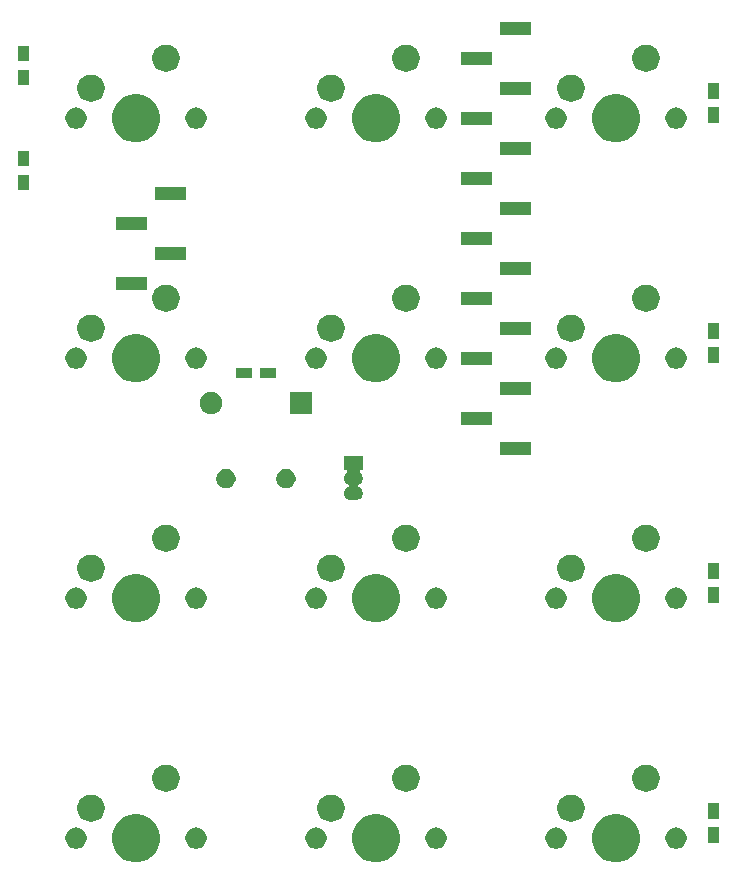
<source format=gbs>
G04 #@! TF.GenerationSoftware,KiCad,Pcbnew,(5.1.5)-3*
G04 #@! TF.CreationDate,2020-09-04T17:37:12+09:00*
G04 #@! TF.ProjectId,futureKeyboardLeft,66757475-7265-44b6-9579-626f6172644c,rev?*
G04 #@! TF.SameCoordinates,Original*
G04 #@! TF.FileFunction,Soldermask,Bot*
G04 #@! TF.FilePolarity,Negative*
%FSLAX46Y46*%
G04 Gerber Fmt 4.6, Leading zero omitted, Abs format (unit mm)*
G04 Created by KiCad (PCBNEW (5.1.5)-3) date 2020-09-04 17:37:12*
%MOMM*%
%LPD*%
G04 APERTURE LIST*
%ADD10C,0.100000*%
G04 APERTURE END LIST*
D10*
G36*
X141568254Y-95182818D02*
G01*
X141941511Y-95337426D01*
X141941513Y-95337427D01*
X142214752Y-95520000D01*
X142277436Y-95561884D01*
X142563116Y-95847564D01*
X142787574Y-96183489D01*
X142942182Y-96556746D01*
X143021000Y-96952993D01*
X143021000Y-97357007D01*
X142942182Y-97753254D01*
X142787574Y-98126511D01*
X142787573Y-98126513D01*
X142563116Y-98462436D01*
X142277436Y-98748116D01*
X141941513Y-98972573D01*
X141941512Y-98972574D01*
X141941511Y-98972574D01*
X141568254Y-99127182D01*
X141172007Y-99206000D01*
X140767993Y-99206000D01*
X140371746Y-99127182D01*
X139998489Y-98972574D01*
X139998488Y-98972574D01*
X139998487Y-98972573D01*
X139662564Y-98748116D01*
X139376884Y-98462436D01*
X139152427Y-98126513D01*
X139152426Y-98126511D01*
X138997818Y-97753254D01*
X138919000Y-97357007D01*
X138919000Y-96952993D01*
X138997818Y-96556746D01*
X139152426Y-96183489D01*
X139376884Y-95847564D01*
X139662564Y-95561884D01*
X139725248Y-95520000D01*
X139998487Y-95337427D01*
X139998489Y-95337426D01*
X140371746Y-95182818D01*
X140767993Y-95104000D01*
X141172007Y-95104000D01*
X141568254Y-95182818D01*
G37*
G36*
X182208254Y-95182818D02*
G01*
X182581511Y-95337426D01*
X182581513Y-95337427D01*
X182854752Y-95520000D01*
X182917436Y-95561884D01*
X183203116Y-95847564D01*
X183427574Y-96183489D01*
X183582182Y-96556746D01*
X183661000Y-96952993D01*
X183661000Y-97357007D01*
X183582182Y-97753254D01*
X183427574Y-98126511D01*
X183427573Y-98126513D01*
X183203116Y-98462436D01*
X182917436Y-98748116D01*
X182581513Y-98972573D01*
X182581512Y-98972574D01*
X182581511Y-98972574D01*
X182208254Y-99127182D01*
X181812007Y-99206000D01*
X181407993Y-99206000D01*
X181011746Y-99127182D01*
X180638489Y-98972574D01*
X180638488Y-98972574D01*
X180638487Y-98972573D01*
X180302564Y-98748116D01*
X180016884Y-98462436D01*
X179792427Y-98126513D01*
X179792426Y-98126511D01*
X179637818Y-97753254D01*
X179559000Y-97357007D01*
X179559000Y-96952993D01*
X179637818Y-96556746D01*
X179792426Y-96183489D01*
X180016884Y-95847564D01*
X180302564Y-95561884D01*
X180365248Y-95520000D01*
X180638487Y-95337427D01*
X180638489Y-95337426D01*
X181011746Y-95182818D01*
X181407993Y-95104000D01*
X181812007Y-95104000D01*
X182208254Y-95182818D01*
G37*
G36*
X161888254Y-95182818D02*
G01*
X162261511Y-95337426D01*
X162261513Y-95337427D01*
X162534752Y-95520000D01*
X162597436Y-95561884D01*
X162883116Y-95847564D01*
X163107574Y-96183489D01*
X163262182Y-96556746D01*
X163341000Y-96952993D01*
X163341000Y-97357007D01*
X163262182Y-97753254D01*
X163107574Y-98126511D01*
X163107573Y-98126513D01*
X162883116Y-98462436D01*
X162597436Y-98748116D01*
X162261513Y-98972573D01*
X162261512Y-98972574D01*
X162261511Y-98972574D01*
X161888254Y-99127182D01*
X161492007Y-99206000D01*
X161087993Y-99206000D01*
X160691746Y-99127182D01*
X160318489Y-98972574D01*
X160318488Y-98972574D01*
X160318487Y-98972573D01*
X159982564Y-98748116D01*
X159696884Y-98462436D01*
X159472427Y-98126513D01*
X159472426Y-98126511D01*
X159317818Y-97753254D01*
X159239000Y-97357007D01*
X159239000Y-96952993D01*
X159317818Y-96556746D01*
X159472426Y-96183489D01*
X159696884Y-95847564D01*
X159982564Y-95561884D01*
X160045248Y-95520000D01*
X160318487Y-95337427D01*
X160318489Y-95337426D01*
X160691746Y-95182818D01*
X161087993Y-95104000D01*
X161492007Y-95104000D01*
X161888254Y-95182818D01*
G37*
G36*
X176643512Y-96258927D02*
G01*
X176792812Y-96288624D01*
X176956784Y-96356544D01*
X177104354Y-96455147D01*
X177229853Y-96580646D01*
X177328456Y-96728216D01*
X177396376Y-96892188D01*
X177431000Y-97066259D01*
X177431000Y-97243741D01*
X177396376Y-97417812D01*
X177328456Y-97581784D01*
X177229853Y-97729354D01*
X177104354Y-97854853D01*
X176956784Y-97953456D01*
X176792812Y-98021376D01*
X176643512Y-98051073D01*
X176618742Y-98056000D01*
X176441258Y-98056000D01*
X176416488Y-98051073D01*
X176267188Y-98021376D01*
X176103216Y-97953456D01*
X175955646Y-97854853D01*
X175830147Y-97729354D01*
X175731544Y-97581784D01*
X175663624Y-97417812D01*
X175629000Y-97243741D01*
X175629000Y-97066259D01*
X175663624Y-96892188D01*
X175731544Y-96728216D01*
X175830147Y-96580646D01*
X175955646Y-96455147D01*
X176103216Y-96356544D01*
X176267188Y-96288624D01*
X176416488Y-96258927D01*
X176441258Y-96254000D01*
X176618742Y-96254000D01*
X176643512Y-96258927D01*
G37*
G36*
X186803512Y-96258927D02*
G01*
X186952812Y-96288624D01*
X187116784Y-96356544D01*
X187264354Y-96455147D01*
X187389853Y-96580646D01*
X187488456Y-96728216D01*
X187556376Y-96892188D01*
X187591000Y-97066259D01*
X187591000Y-97243741D01*
X187556376Y-97417812D01*
X187488456Y-97581784D01*
X187389853Y-97729354D01*
X187264354Y-97854853D01*
X187116784Y-97953456D01*
X186952812Y-98021376D01*
X186803512Y-98051073D01*
X186778742Y-98056000D01*
X186601258Y-98056000D01*
X186576488Y-98051073D01*
X186427188Y-98021376D01*
X186263216Y-97953456D01*
X186115646Y-97854853D01*
X185990147Y-97729354D01*
X185891544Y-97581784D01*
X185823624Y-97417812D01*
X185789000Y-97243741D01*
X185789000Y-97066259D01*
X185823624Y-96892188D01*
X185891544Y-96728216D01*
X185990147Y-96580646D01*
X186115646Y-96455147D01*
X186263216Y-96356544D01*
X186427188Y-96288624D01*
X186576488Y-96258927D01*
X186601258Y-96254000D01*
X186778742Y-96254000D01*
X186803512Y-96258927D01*
G37*
G36*
X136003512Y-96258927D02*
G01*
X136152812Y-96288624D01*
X136316784Y-96356544D01*
X136464354Y-96455147D01*
X136589853Y-96580646D01*
X136688456Y-96728216D01*
X136756376Y-96892188D01*
X136791000Y-97066259D01*
X136791000Y-97243741D01*
X136756376Y-97417812D01*
X136688456Y-97581784D01*
X136589853Y-97729354D01*
X136464354Y-97854853D01*
X136316784Y-97953456D01*
X136152812Y-98021376D01*
X136003512Y-98051073D01*
X135978742Y-98056000D01*
X135801258Y-98056000D01*
X135776488Y-98051073D01*
X135627188Y-98021376D01*
X135463216Y-97953456D01*
X135315646Y-97854853D01*
X135190147Y-97729354D01*
X135091544Y-97581784D01*
X135023624Y-97417812D01*
X134989000Y-97243741D01*
X134989000Y-97066259D01*
X135023624Y-96892188D01*
X135091544Y-96728216D01*
X135190147Y-96580646D01*
X135315646Y-96455147D01*
X135463216Y-96356544D01*
X135627188Y-96288624D01*
X135776488Y-96258927D01*
X135801258Y-96254000D01*
X135978742Y-96254000D01*
X136003512Y-96258927D01*
G37*
G36*
X156323512Y-96258927D02*
G01*
X156472812Y-96288624D01*
X156636784Y-96356544D01*
X156784354Y-96455147D01*
X156909853Y-96580646D01*
X157008456Y-96728216D01*
X157076376Y-96892188D01*
X157111000Y-97066259D01*
X157111000Y-97243741D01*
X157076376Y-97417812D01*
X157008456Y-97581784D01*
X156909853Y-97729354D01*
X156784354Y-97854853D01*
X156636784Y-97953456D01*
X156472812Y-98021376D01*
X156323512Y-98051073D01*
X156298742Y-98056000D01*
X156121258Y-98056000D01*
X156096488Y-98051073D01*
X155947188Y-98021376D01*
X155783216Y-97953456D01*
X155635646Y-97854853D01*
X155510147Y-97729354D01*
X155411544Y-97581784D01*
X155343624Y-97417812D01*
X155309000Y-97243741D01*
X155309000Y-97066259D01*
X155343624Y-96892188D01*
X155411544Y-96728216D01*
X155510147Y-96580646D01*
X155635646Y-96455147D01*
X155783216Y-96356544D01*
X155947188Y-96288624D01*
X156096488Y-96258927D01*
X156121258Y-96254000D01*
X156298742Y-96254000D01*
X156323512Y-96258927D01*
G37*
G36*
X166483512Y-96258927D02*
G01*
X166632812Y-96288624D01*
X166796784Y-96356544D01*
X166944354Y-96455147D01*
X167069853Y-96580646D01*
X167168456Y-96728216D01*
X167236376Y-96892188D01*
X167271000Y-97066259D01*
X167271000Y-97243741D01*
X167236376Y-97417812D01*
X167168456Y-97581784D01*
X167069853Y-97729354D01*
X166944354Y-97854853D01*
X166796784Y-97953456D01*
X166632812Y-98021376D01*
X166483512Y-98051073D01*
X166458742Y-98056000D01*
X166281258Y-98056000D01*
X166256488Y-98051073D01*
X166107188Y-98021376D01*
X165943216Y-97953456D01*
X165795646Y-97854853D01*
X165670147Y-97729354D01*
X165571544Y-97581784D01*
X165503624Y-97417812D01*
X165469000Y-97243741D01*
X165469000Y-97066259D01*
X165503624Y-96892188D01*
X165571544Y-96728216D01*
X165670147Y-96580646D01*
X165795646Y-96455147D01*
X165943216Y-96356544D01*
X166107188Y-96288624D01*
X166256488Y-96258927D01*
X166281258Y-96254000D01*
X166458742Y-96254000D01*
X166483512Y-96258927D01*
G37*
G36*
X146163512Y-96258927D02*
G01*
X146312812Y-96288624D01*
X146476784Y-96356544D01*
X146624354Y-96455147D01*
X146749853Y-96580646D01*
X146848456Y-96728216D01*
X146916376Y-96892188D01*
X146951000Y-97066259D01*
X146951000Y-97243741D01*
X146916376Y-97417812D01*
X146848456Y-97581784D01*
X146749853Y-97729354D01*
X146624354Y-97854853D01*
X146476784Y-97953456D01*
X146312812Y-98021376D01*
X146163512Y-98051073D01*
X146138742Y-98056000D01*
X145961258Y-98056000D01*
X145936488Y-98051073D01*
X145787188Y-98021376D01*
X145623216Y-97953456D01*
X145475646Y-97854853D01*
X145350147Y-97729354D01*
X145251544Y-97581784D01*
X145183624Y-97417812D01*
X145149000Y-97243741D01*
X145149000Y-97066259D01*
X145183624Y-96892188D01*
X145251544Y-96728216D01*
X145350147Y-96580646D01*
X145475646Y-96455147D01*
X145623216Y-96356544D01*
X145787188Y-96288624D01*
X145936488Y-96258927D01*
X145961258Y-96254000D01*
X146138742Y-96254000D01*
X146163512Y-96258927D01*
G37*
G36*
X190316000Y-97552000D02*
G01*
X189414000Y-97552000D01*
X189414000Y-96250000D01*
X190316000Y-96250000D01*
X190316000Y-97552000D01*
G37*
G36*
X137384549Y-93486116D02*
G01*
X137495734Y-93508232D01*
X137705203Y-93594997D01*
X137893720Y-93720960D01*
X138054040Y-93881280D01*
X138180003Y-94069797D01*
X138266768Y-94279266D01*
X138311000Y-94501636D01*
X138311000Y-94728364D01*
X138266768Y-94950734D01*
X138180003Y-95160203D01*
X138054040Y-95348720D01*
X137893720Y-95509040D01*
X137705203Y-95635003D01*
X137495734Y-95721768D01*
X137384549Y-95743884D01*
X137273365Y-95766000D01*
X137046635Y-95766000D01*
X136935451Y-95743884D01*
X136824266Y-95721768D01*
X136614797Y-95635003D01*
X136426280Y-95509040D01*
X136265960Y-95348720D01*
X136139997Y-95160203D01*
X136053232Y-94950734D01*
X136009000Y-94728364D01*
X136009000Y-94501636D01*
X136053232Y-94279266D01*
X136139997Y-94069797D01*
X136265960Y-93881280D01*
X136426280Y-93720960D01*
X136614797Y-93594997D01*
X136824266Y-93508232D01*
X136935451Y-93486116D01*
X137046635Y-93464000D01*
X137273365Y-93464000D01*
X137384549Y-93486116D01*
G37*
G36*
X157704549Y-93486116D02*
G01*
X157815734Y-93508232D01*
X158025203Y-93594997D01*
X158213720Y-93720960D01*
X158374040Y-93881280D01*
X158500003Y-94069797D01*
X158586768Y-94279266D01*
X158631000Y-94501636D01*
X158631000Y-94728364D01*
X158586768Y-94950734D01*
X158500003Y-95160203D01*
X158374040Y-95348720D01*
X158213720Y-95509040D01*
X158025203Y-95635003D01*
X157815734Y-95721768D01*
X157704549Y-95743884D01*
X157593365Y-95766000D01*
X157366635Y-95766000D01*
X157255451Y-95743884D01*
X157144266Y-95721768D01*
X156934797Y-95635003D01*
X156746280Y-95509040D01*
X156585960Y-95348720D01*
X156459997Y-95160203D01*
X156373232Y-94950734D01*
X156329000Y-94728364D01*
X156329000Y-94501636D01*
X156373232Y-94279266D01*
X156459997Y-94069797D01*
X156585960Y-93881280D01*
X156746280Y-93720960D01*
X156934797Y-93594997D01*
X157144266Y-93508232D01*
X157255451Y-93486116D01*
X157366635Y-93464000D01*
X157593365Y-93464000D01*
X157704549Y-93486116D01*
G37*
G36*
X178024549Y-93486116D02*
G01*
X178135734Y-93508232D01*
X178345203Y-93594997D01*
X178533720Y-93720960D01*
X178694040Y-93881280D01*
X178820003Y-94069797D01*
X178906768Y-94279266D01*
X178951000Y-94501636D01*
X178951000Y-94728364D01*
X178906768Y-94950734D01*
X178820003Y-95160203D01*
X178694040Y-95348720D01*
X178533720Y-95509040D01*
X178345203Y-95635003D01*
X178135734Y-95721768D01*
X178024549Y-95743884D01*
X177913365Y-95766000D01*
X177686635Y-95766000D01*
X177575451Y-95743884D01*
X177464266Y-95721768D01*
X177254797Y-95635003D01*
X177066280Y-95509040D01*
X176905960Y-95348720D01*
X176779997Y-95160203D01*
X176693232Y-94950734D01*
X176649000Y-94728364D01*
X176649000Y-94501636D01*
X176693232Y-94279266D01*
X176779997Y-94069797D01*
X176905960Y-93881280D01*
X177066280Y-93720960D01*
X177254797Y-93594997D01*
X177464266Y-93508232D01*
X177575451Y-93486116D01*
X177686635Y-93464000D01*
X177913365Y-93464000D01*
X178024549Y-93486116D01*
G37*
G36*
X190316000Y-95520000D02*
G01*
X189414000Y-95520000D01*
X189414000Y-94218000D01*
X190316000Y-94218000D01*
X190316000Y-95520000D01*
G37*
G36*
X164054549Y-90946116D02*
G01*
X164165734Y-90968232D01*
X164375203Y-91054997D01*
X164563720Y-91180960D01*
X164724040Y-91341280D01*
X164850003Y-91529797D01*
X164936768Y-91739266D01*
X164981000Y-91961636D01*
X164981000Y-92188364D01*
X164936768Y-92410734D01*
X164850003Y-92620203D01*
X164724040Y-92808720D01*
X164563720Y-92969040D01*
X164375203Y-93095003D01*
X164165734Y-93181768D01*
X164054549Y-93203884D01*
X163943365Y-93226000D01*
X163716635Y-93226000D01*
X163605451Y-93203884D01*
X163494266Y-93181768D01*
X163284797Y-93095003D01*
X163096280Y-92969040D01*
X162935960Y-92808720D01*
X162809997Y-92620203D01*
X162723232Y-92410734D01*
X162679000Y-92188364D01*
X162679000Y-91961636D01*
X162723232Y-91739266D01*
X162809997Y-91529797D01*
X162935960Y-91341280D01*
X163096280Y-91180960D01*
X163284797Y-91054997D01*
X163494266Y-90968232D01*
X163605451Y-90946116D01*
X163716635Y-90924000D01*
X163943365Y-90924000D01*
X164054549Y-90946116D01*
G37*
G36*
X184374549Y-90946116D02*
G01*
X184485734Y-90968232D01*
X184695203Y-91054997D01*
X184883720Y-91180960D01*
X185044040Y-91341280D01*
X185170003Y-91529797D01*
X185256768Y-91739266D01*
X185301000Y-91961636D01*
X185301000Y-92188364D01*
X185256768Y-92410734D01*
X185170003Y-92620203D01*
X185044040Y-92808720D01*
X184883720Y-92969040D01*
X184695203Y-93095003D01*
X184485734Y-93181768D01*
X184374549Y-93203884D01*
X184263365Y-93226000D01*
X184036635Y-93226000D01*
X183925451Y-93203884D01*
X183814266Y-93181768D01*
X183604797Y-93095003D01*
X183416280Y-92969040D01*
X183255960Y-92808720D01*
X183129997Y-92620203D01*
X183043232Y-92410734D01*
X182999000Y-92188364D01*
X182999000Y-91961636D01*
X183043232Y-91739266D01*
X183129997Y-91529797D01*
X183255960Y-91341280D01*
X183416280Y-91180960D01*
X183604797Y-91054997D01*
X183814266Y-90968232D01*
X183925451Y-90946116D01*
X184036635Y-90924000D01*
X184263365Y-90924000D01*
X184374549Y-90946116D01*
G37*
G36*
X143734549Y-90946116D02*
G01*
X143845734Y-90968232D01*
X144055203Y-91054997D01*
X144243720Y-91180960D01*
X144404040Y-91341280D01*
X144530003Y-91529797D01*
X144616768Y-91739266D01*
X144661000Y-91961636D01*
X144661000Y-92188364D01*
X144616768Y-92410734D01*
X144530003Y-92620203D01*
X144404040Y-92808720D01*
X144243720Y-92969040D01*
X144055203Y-93095003D01*
X143845734Y-93181768D01*
X143734549Y-93203884D01*
X143623365Y-93226000D01*
X143396635Y-93226000D01*
X143285451Y-93203884D01*
X143174266Y-93181768D01*
X142964797Y-93095003D01*
X142776280Y-92969040D01*
X142615960Y-92808720D01*
X142489997Y-92620203D01*
X142403232Y-92410734D01*
X142359000Y-92188364D01*
X142359000Y-91961636D01*
X142403232Y-91739266D01*
X142489997Y-91529797D01*
X142615960Y-91341280D01*
X142776280Y-91180960D01*
X142964797Y-91054997D01*
X143174266Y-90968232D01*
X143285451Y-90946116D01*
X143396635Y-90924000D01*
X143623365Y-90924000D01*
X143734549Y-90946116D01*
G37*
G36*
X141568254Y-74862818D02*
G01*
X141941511Y-75017426D01*
X141941513Y-75017427D01*
X142214752Y-75200000D01*
X142277436Y-75241884D01*
X142563116Y-75527564D01*
X142787574Y-75863489D01*
X142942182Y-76236746D01*
X143021000Y-76632993D01*
X143021000Y-77037007D01*
X142942182Y-77433254D01*
X142787574Y-77806511D01*
X142787573Y-77806513D01*
X142563116Y-78142436D01*
X142277436Y-78428116D01*
X141941513Y-78652573D01*
X141941512Y-78652574D01*
X141941511Y-78652574D01*
X141568254Y-78807182D01*
X141172007Y-78886000D01*
X140767993Y-78886000D01*
X140371746Y-78807182D01*
X139998489Y-78652574D01*
X139998488Y-78652574D01*
X139998487Y-78652573D01*
X139662564Y-78428116D01*
X139376884Y-78142436D01*
X139152427Y-77806513D01*
X139152426Y-77806511D01*
X138997818Y-77433254D01*
X138919000Y-77037007D01*
X138919000Y-76632993D01*
X138997818Y-76236746D01*
X139152426Y-75863489D01*
X139376884Y-75527564D01*
X139662564Y-75241884D01*
X139725248Y-75200000D01*
X139998487Y-75017427D01*
X139998489Y-75017426D01*
X140371746Y-74862818D01*
X140767993Y-74784000D01*
X141172007Y-74784000D01*
X141568254Y-74862818D01*
G37*
G36*
X161888254Y-74862818D02*
G01*
X162261511Y-75017426D01*
X162261513Y-75017427D01*
X162534752Y-75200000D01*
X162597436Y-75241884D01*
X162883116Y-75527564D01*
X163107574Y-75863489D01*
X163262182Y-76236746D01*
X163341000Y-76632993D01*
X163341000Y-77037007D01*
X163262182Y-77433254D01*
X163107574Y-77806511D01*
X163107573Y-77806513D01*
X162883116Y-78142436D01*
X162597436Y-78428116D01*
X162261513Y-78652573D01*
X162261512Y-78652574D01*
X162261511Y-78652574D01*
X161888254Y-78807182D01*
X161492007Y-78886000D01*
X161087993Y-78886000D01*
X160691746Y-78807182D01*
X160318489Y-78652574D01*
X160318488Y-78652574D01*
X160318487Y-78652573D01*
X159982564Y-78428116D01*
X159696884Y-78142436D01*
X159472427Y-77806513D01*
X159472426Y-77806511D01*
X159317818Y-77433254D01*
X159239000Y-77037007D01*
X159239000Y-76632993D01*
X159317818Y-76236746D01*
X159472426Y-75863489D01*
X159696884Y-75527564D01*
X159982564Y-75241884D01*
X160045248Y-75200000D01*
X160318487Y-75017427D01*
X160318489Y-75017426D01*
X160691746Y-74862818D01*
X161087993Y-74784000D01*
X161492007Y-74784000D01*
X161888254Y-74862818D01*
G37*
G36*
X182208254Y-74862818D02*
G01*
X182581511Y-75017426D01*
X182581513Y-75017427D01*
X182854752Y-75200000D01*
X182917436Y-75241884D01*
X183203116Y-75527564D01*
X183427574Y-75863489D01*
X183582182Y-76236746D01*
X183661000Y-76632993D01*
X183661000Y-77037007D01*
X183582182Y-77433254D01*
X183427574Y-77806511D01*
X183427573Y-77806513D01*
X183203116Y-78142436D01*
X182917436Y-78428116D01*
X182581513Y-78652573D01*
X182581512Y-78652574D01*
X182581511Y-78652574D01*
X182208254Y-78807182D01*
X181812007Y-78886000D01*
X181407993Y-78886000D01*
X181011746Y-78807182D01*
X180638489Y-78652574D01*
X180638488Y-78652574D01*
X180638487Y-78652573D01*
X180302564Y-78428116D01*
X180016884Y-78142436D01*
X179792427Y-77806513D01*
X179792426Y-77806511D01*
X179637818Y-77433254D01*
X179559000Y-77037007D01*
X179559000Y-76632993D01*
X179637818Y-76236746D01*
X179792426Y-75863489D01*
X180016884Y-75527564D01*
X180302564Y-75241884D01*
X180365248Y-75200000D01*
X180638487Y-75017427D01*
X180638489Y-75017426D01*
X181011746Y-74862818D01*
X181407993Y-74784000D01*
X181812007Y-74784000D01*
X182208254Y-74862818D01*
G37*
G36*
X136003512Y-75938927D02*
G01*
X136152812Y-75968624D01*
X136316784Y-76036544D01*
X136464354Y-76135147D01*
X136589853Y-76260646D01*
X136688456Y-76408216D01*
X136756376Y-76572188D01*
X136791000Y-76746259D01*
X136791000Y-76923741D01*
X136756376Y-77097812D01*
X136688456Y-77261784D01*
X136589853Y-77409354D01*
X136464354Y-77534853D01*
X136316784Y-77633456D01*
X136152812Y-77701376D01*
X136003512Y-77731073D01*
X135978742Y-77736000D01*
X135801258Y-77736000D01*
X135776488Y-77731073D01*
X135627188Y-77701376D01*
X135463216Y-77633456D01*
X135315646Y-77534853D01*
X135190147Y-77409354D01*
X135091544Y-77261784D01*
X135023624Y-77097812D01*
X134989000Y-76923741D01*
X134989000Y-76746259D01*
X135023624Y-76572188D01*
X135091544Y-76408216D01*
X135190147Y-76260646D01*
X135315646Y-76135147D01*
X135463216Y-76036544D01*
X135627188Y-75968624D01*
X135776488Y-75938927D01*
X135801258Y-75934000D01*
X135978742Y-75934000D01*
X136003512Y-75938927D01*
G37*
G36*
X146163512Y-75938927D02*
G01*
X146312812Y-75968624D01*
X146476784Y-76036544D01*
X146624354Y-76135147D01*
X146749853Y-76260646D01*
X146848456Y-76408216D01*
X146916376Y-76572188D01*
X146951000Y-76746259D01*
X146951000Y-76923741D01*
X146916376Y-77097812D01*
X146848456Y-77261784D01*
X146749853Y-77409354D01*
X146624354Y-77534853D01*
X146476784Y-77633456D01*
X146312812Y-77701376D01*
X146163512Y-77731073D01*
X146138742Y-77736000D01*
X145961258Y-77736000D01*
X145936488Y-77731073D01*
X145787188Y-77701376D01*
X145623216Y-77633456D01*
X145475646Y-77534853D01*
X145350147Y-77409354D01*
X145251544Y-77261784D01*
X145183624Y-77097812D01*
X145149000Y-76923741D01*
X145149000Y-76746259D01*
X145183624Y-76572188D01*
X145251544Y-76408216D01*
X145350147Y-76260646D01*
X145475646Y-76135147D01*
X145623216Y-76036544D01*
X145787188Y-75968624D01*
X145936488Y-75938927D01*
X145961258Y-75934000D01*
X146138742Y-75934000D01*
X146163512Y-75938927D01*
G37*
G36*
X186803512Y-75938927D02*
G01*
X186952812Y-75968624D01*
X187116784Y-76036544D01*
X187264354Y-76135147D01*
X187389853Y-76260646D01*
X187488456Y-76408216D01*
X187556376Y-76572188D01*
X187591000Y-76746259D01*
X187591000Y-76923741D01*
X187556376Y-77097812D01*
X187488456Y-77261784D01*
X187389853Y-77409354D01*
X187264354Y-77534853D01*
X187116784Y-77633456D01*
X186952812Y-77701376D01*
X186803512Y-77731073D01*
X186778742Y-77736000D01*
X186601258Y-77736000D01*
X186576488Y-77731073D01*
X186427188Y-77701376D01*
X186263216Y-77633456D01*
X186115646Y-77534853D01*
X185990147Y-77409354D01*
X185891544Y-77261784D01*
X185823624Y-77097812D01*
X185789000Y-76923741D01*
X185789000Y-76746259D01*
X185823624Y-76572188D01*
X185891544Y-76408216D01*
X185990147Y-76260646D01*
X186115646Y-76135147D01*
X186263216Y-76036544D01*
X186427188Y-75968624D01*
X186576488Y-75938927D01*
X186601258Y-75934000D01*
X186778742Y-75934000D01*
X186803512Y-75938927D01*
G37*
G36*
X176643512Y-75938927D02*
G01*
X176792812Y-75968624D01*
X176956784Y-76036544D01*
X177104354Y-76135147D01*
X177229853Y-76260646D01*
X177328456Y-76408216D01*
X177396376Y-76572188D01*
X177431000Y-76746259D01*
X177431000Y-76923741D01*
X177396376Y-77097812D01*
X177328456Y-77261784D01*
X177229853Y-77409354D01*
X177104354Y-77534853D01*
X176956784Y-77633456D01*
X176792812Y-77701376D01*
X176643512Y-77731073D01*
X176618742Y-77736000D01*
X176441258Y-77736000D01*
X176416488Y-77731073D01*
X176267188Y-77701376D01*
X176103216Y-77633456D01*
X175955646Y-77534853D01*
X175830147Y-77409354D01*
X175731544Y-77261784D01*
X175663624Y-77097812D01*
X175629000Y-76923741D01*
X175629000Y-76746259D01*
X175663624Y-76572188D01*
X175731544Y-76408216D01*
X175830147Y-76260646D01*
X175955646Y-76135147D01*
X176103216Y-76036544D01*
X176267188Y-75968624D01*
X176416488Y-75938927D01*
X176441258Y-75934000D01*
X176618742Y-75934000D01*
X176643512Y-75938927D01*
G37*
G36*
X166483512Y-75938927D02*
G01*
X166632812Y-75968624D01*
X166796784Y-76036544D01*
X166944354Y-76135147D01*
X167069853Y-76260646D01*
X167168456Y-76408216D01*
X167236376Y-76572188D01*
X167271000Y-76746259D01*
X167271000Y-76923741D01*
X167236376Y-77097812D01*
X167168456Y-77261784D01*
X167069853Y-77409354D01*
X166944354Y-77534853D01*
X166796784Y-77633456D01*
X166632812Y-77701376D01*
X166483512Y-77731073D01*
X166458742Y-77736000D01*
X166281258Y-77736000D01*
X166256488Y-77731073D01*
X166107188Y-77701376D01*
X165943216Y-77633456D01*
X165795646Y-77534853D01*
X165670147Y-77409354D01*
X165571544Y-77261784D01*
X165503624Y-77097812D01*
X165469000Y-76923741D01*
X165469000Y-76746259D01*
X165503624Y-76572188D01*
X165571544Y-76408216D01*
X165670147Y-76260646D01*
X165795646Y-76135147D01*
X165943216Y-76036544D01*
X166107188Y-75968624D01*
X166256488Y-75938927D01*
X166281258Y-75934000D01*
X166458742Y-75934000D01*
X166483512Y-75938927D01*
G37*
G36*
X156323512Y-75938927D02*
G01*
X156472812Y-75968624D01*
X156636784Y-76036544D01*
X156784354Y-76135147D01*
X156909853Y-76260646D01*
X157008456Y-76408216D01*
X157076376Y-76572188D01*
X157111000Y-76746259D01*
X157111000Y-76923741D01*
X157076376Y-77097812D01*
X157008456Y-77261784D01*
X156909853Y-77409354D01*
X156784354Y-77534853D01*
X156636784Y-77633456D01*
X156472812Y-77701376D01*
X156323512Y-77731073D01*
X156298742Y-77736000D01*
X156121258Y-77736000D01*
X156096488Y-77731073D01*
X155947188Y-77701376D01*
X155783216Y-77633456D01*
X155635646Y-77534853D01*
X155510147Y-77409354D01*
X155411544Y-77261784D01*
X155343624Y-77097812D01*
X155309000Y-76923741D01*
X155309000Y-76746259D01*
X155343624Y-76572188D01*
X155411544Y-76408216D01*
X155510147Y-76260646D01*
X155635646Y-76135147D01*
X155783216Y-76036544D01*
X155947188Y-75968624D01*
X156096488Y-75938927D01*
X156121258Y-75934000D01*
X156298742Y-75934000D01*
X156323512Y-75938927D01*
G37*
G36*
X190316000Y-77232000D02*
G01*
X189414000Y-77232000D01*
X189414000Y-75930000D01*
X190316000Y-75930000D01*
X190316000Y-77232000D01*
G37*
G36*
X137384549Y-73166116D02*
G01*
X137495734Y-73188232D01*
X137705203Y-73274997D01*
X137893720Y-73400960D01*
X138054040Y-73561280D01*
X138180003Y-73749797D01*
X138266768Y-73959266D01*
X138311000Y-74181636D01*
X138311000Y-74408364D01*
X138266768Y-74630734D01*
X138180003Y-74840203D01*
X138054040Y-75028720D01*
X137893720Y-75189040D01*
X137705203Y-75315003D01*
X137495734Y-75401768D01*
X137384549Y-75423884D01*
X137273365Y-75446000D01*
X137046635Y-75446000D01*
X136935451Y-75423884D01*
X136824266Y-75401768D01*
X136614797Y-75315003D01*
X136426280Y-75189040D01*
X136265960Y-75028720D01*
X136139997Y-74840203D01*
X136053232Y-74630734D01*
X136009000Y-74408364D01*
X136009000Y-74181636D01*
X136053232Y-73959266D01*
X136139997Y-73749797D01*
X136265960Y-73561280D01*
X136426280Y-73400960D01*
X136614797Y-73274997D01*
X136824266Y-73188232D01*
X136935451Y-73166116D01*
X137046635Y-73144000D01*
X137273365Y-73144000D01*
X137384549Y-73166116D01*
G37*
G36*
X157704549Y-73166116D02*
G01*
X157815734Y-73188232D01*
X158025203Y-73274997D01*
X158213720Y-73400960D01*
X158374040Y-73561280D01*
X158500003Y-73749797D01*
X158586768Y-73959266D01*
X158631000Y-74181636D01*
X158631000Y-74408364D01*
X158586768Y-74630734D01*
X158500003Y-74840203D01*
X158374040Y-75028720D01*
X158213720Y-75189040D01*
X158025203Y-75315003D01*
X157815734Y-75401768D01*
X157704549Y-75423884D01*
X157593365Y-75446000D01*
X157366635Y-75446000D01*
X157255451Y-75423884D01*
X157144266Y-75401768D01*
X156934797Y-75315003D01*
X156746280Y-75189040D01*
X156585960Y-75028720D01*
X156459997Y-74840203D01*
X156373232Y-74630734D01*
X156329000Y-74408364D01*
X156329000Y-74181636D01*
X156373232Y-73959266D01*
X156459997Y-73749797D01*
X156585960Y-73561280D01*
X156746280Y-73400960D01*
X156934797Y-73274997D01*
X157144266Y-73188232D01*
X157255451Y-73166116D01*
X157366635Y-73144000D01*
X157593365Y-73144000D01*
X157704549Y-73166116D01*
G37*
G36*
X178024549Y-73166116D02*
G01*
X178135734Y-73188232D01*
X178345203Y-73274997D01*
X178533720Y-73400960D01*
X178694040Y-73561280D01*
X178820003Y-73749797D01*
X178906768Y-73959266D01*
X178951000Y-74181636D01*
X178951000Y-74408364D01*
X178906768Y-74630734D01*
X178820003Y-74840203D01*
X178694040Y-75028720D01*
X178533720Y-75189040D01*
X178345203Y-75315003D01*
X178135734Y-75401768D01*
X178024549Y-75423884D01*
X177913365Y-75446000D01*
X177686635Y-75446000D01*
X177575451Y-75423884D01*
X177464266Y-75401768D01*
X177254797Y-75315003D01*
X177066280Y-75189040D01*
X176905960Y-75028720D01*
X176779997Y-74840203D01*
X176693232Y-74630734D01*
X176649000Y-74408364D01*
X176649000Y-74181636D01*
X176693232Y-73959266D01*
X176779997Y-73749797D01*
X176905960Y-73561280D01*
X177066280Y-73400960D01*
X177254797Y-73274997D01*
X177464266Y-73188232D01*
X177575451Y-73166116D01*
X177686635Y-73144000D01*
X177913365Y-73144000D01*
X178024549Y-73166116D01*
G37*
G36*
X190316000Y-75200000D02*
G01*
X189414000Y-75200000D01*
X189414000Y-73898000D01*
X190316000Y-73898000D01*
X190316000Y-75200000D01*
G37*
G36*
X143734549Y-70626116D02*
G01*
X143845734Y-70648232D01*
X144055203Y-70734997D01*
X144243720Y-70860960D01*
X144404040Y-71021280D01*
X144530003Y-71209797D01*
X144616768Y-71419266D01*
X144661000Y-71641636D01*
X144661000Y-71868364D01*
X144616768Y-72090734D01*
X144530003Y-72300203D01*
X144404040Y-72488720D01*
X144243720Y-72649040D01*
X144055203Y-72775003D01*
X143845734Y-72861768D01*
X143734549Y-72883884D01*
X143623365Y-72906000D01*
X143396635Y-72906000D01*
X143285451Y-72883884D01*
X143174266Y-72861768D01*
X142964797Y-72775003D01*
X142776280Y-72649040D01*
X142615960Y-72488720D01*
X142489997Y-72300203D01*
X142403232Y-72090734D01*
X142359000Y-71868364D01*
X142359000Y-71641636D01*
X142403232Y-71419266D01*
X142489997Y-71209797D01*
X142615960Y-71021280D01*
X142776280Y-70860960D01*
X142964797Y-70734997D01*
X143174266Y-70648232D01*
X143285451Y-70626116D01*
X143396635Y-70604000D01*
X143623365Y-70604000D01*
X143734549Y-70626116D01*
G37*
G36*
X164054549Y-70626116D02*
G01*
X164165734Y-70648232D01*
X164375203Y-70734997D01*
X164563720Y-70860960D01*
X164724040Y-71021280D01*
X164850003Y-71209797D01*
X164936768Y-71419266D01*
X164981000Y-71641636D01*
X164981000Y-71868364D01*
X164936768Y-72090734D01*
X164850003Y-72300203D01*
X164724040Y-72488720D01*
X164563720Y-72649040D01*
X164375203Y-72775003D01*
X164165734Y-72861768D01*
X164054549Y-72883884D01*
X163943365Y-72906000D01*
X163716635Y-72906000D01*
X163605451Y-72883884D01*
X163494266Y-72861768D01*
X163284797Y-72775003D01*
X163096280Y-72649040D01*
X162935960Y-72488720D01*
X162809997Y-72300203D01*
X162723232Y-72090734D01*
X162679000Y-71868364D01*
X162679000Y-71641636D01*
X162723232Y-71419266D01*
X162809997Y-71209797D01*
X162935960Y-71021280D01*
X163096280Y-70860960D01*
X163284797Y-70734997D01*
X163494266Y-70648232D01*
X163605451Y-70626116D01*
X163716635Y-70604000D01*
X163943365Y-70604000D01*
X164054549Y-70626116D01*
G37*
G36*
X184374549Y-70626116D02*
G01*
X184485734Y-70648232D01*
X184695203Y-70734997D01*
X184883720Y-70860960D01*
X185044040Y-71021280D01*
X185170003Y-71209797D01*
X185256768Y-71419266D01*
X185301000Y-71641636D01*
X185301000Y-71868364D01*
X185256768Y-72090734D01*
X185170003Y-72300203D01*
X185044040Y-72488720D01*
X184883720Y-72649040D01*
X184695203Y-72775003D01*
X184485734Y-72861768D01*
X184374549Y-72883884D01*
X184263365Y-72906000D01*
X184036635Y-72906000D01*
X183925451Y-72883884D01*
X183814266Y-72861768D01*
X183604797Y-72775003D01*
X183416280Y-72649040D01*
X183255960Y-72488720D01*
X183129997Y-72300203D01*
X183043232Y-72090734D01*
X182999000Y-71868364D01*
X182999000Y-71641636D01*
X183043232Y-71419266D01*
X183129997Y-71209797D01*
X183255960Y-71021280D01*
X183416280Y-70860960D01*
X183604797Y-70734997D01*
X183814266Y-70648232D01*
X183925451Y-70626116D01*
X184036635Y-70604000D01*
X184263365Y-70604000D01*
X184374549Y-70626116D01*
G37*
G36*
X160186000Y-65981000D02*
G01*
X160021660Y-65981000D01*
X159997274Y-65983402D01*
X159973825Y-65990515D01*
X159952214Y-66002066D01*
X159933272Y-66017611D01*
X159917727Y-66036553D01*
X159906176Y-66058164D01*
X159899063Y-66081613D01*
X159896661Y-66105999D01*
X159899063Y-66130385D01*
X159906176Y-66153834D01*
X159917727Y-66175445D01*
X159933272Y-66194387D01*
X159942345Y-66202609D01*
X160019264Y-66265736D01*
X160091244Y-66353443D01*
X160125429Y-66417399D01*
X160144728Y-66453505D01*
X160144729Y-66453508D01*
X160177666Y-66562084D01*
X160188787Y-66675000D01*
X160177666Y-66787916D01*
X160144729Y-66896492D01*
X160144728Y-66896495D01*
X160125429Y-66932601D01*
X160091244Y-66996557D01*
X160019264Y-67084264D01*
X159931557Y-67156244D01*
X159850141Y-67199761D01*
X159829766Y-67213375D01*
X159812439Y-67230702D01*
X159798826Y-67251076D01*
X159789448Y-67273715D01*
X159784668Y-67297748D01*
X159784668Y-67322252D01*
X159789448Y-67346285D01*
X159798826Y-67368924D01*
X159812440Y-67389299D01*
X159829767Y-67406626D01*
X159850141Y-67420239D01*
X159931557Y-67463756D01*
X160019264Y-67535736D01*
X160091244Y-67623443D01*
X160125429Y-67687399D01*
X160144728Y-67723505D01*
X160144729Y-67723508D01*
X160177666Y-67832084D01*
X160188787Y-67945000D01*
X160177666Y-68057916D01*
X160144729Y-68166492D01*
X160144728Y-68166495D01*
X160125429Y-68202601D01*
X160091244Y-68266557D01*
X160019264Y-68354264D01*
X159931557Y-68426244D01*
X159867601Y-68460429D01*
X159831495Y-68479728D01*
X159831492Y-68479729D01*
X159722916Y-68512666D01*
X159638298Y-68521000D01*
X159131702Y-68521000D01*
X159047084Y-68512666D01*
X158938508Y-68479729D01*
X158938505Y-68479728D01*
X158902399Y-68460429D01*
X158838443Y-68426244D01*
X158750736Y-68354264D01*
X158678756Y-68266557D01*
X158644571Y-68202601D01*
X158625272Y-68166495D01*
X158625271Y-68166492D01*
X158592334Y-68057916D01*
X158581213Y-67945000D01*
X158592334Y-67832084D01*
X158625271Y-67723508D01*
X158625272Y-67723505D01*
X158644571Y-67687399D01*
X158678756Y-67623443D01*
X158750736Y-67535736D01*
X158838443Y-67463756D01*
X158919859Y-67420239D01*
X158940234Y-67406625D01*
X158957561Y-67389298D01*
X158971174Y-67368924D01*
X158980552Y-67346285D01*
X158985332Y-67322252D01*
X158985332Y-67297748D01*
X158980552Y-67273715D01*
X158971174Y-67251076D01*
X158957560Y-67230701D01*
X158940233Y-67213374D01*
X158919859Y-67199761D01*
X158838443Y-67156244D01*
X158750736Y-67084264D01*
X158678756Y-66996557D01*
X158644571Y-66932601D01*
X158625272Y-66896495D01*
X158625271Y-66896492D01*
X158592334Y-66787916D01*
X158581213Y-66675000D01*
X158592334Y-66562084D01*
X158625271Y-66453508D01*
X158625272Y-66453505D01*
X158644571Y-66417399D01*
X158678756Y-66353443D01*
X158750736Y-66265736D01*
X158827646Y-66202617D01*
X158844965Y-66185298D01*
X158858579Y-66164923D01*
X158867957Y-66142284D01*
X158872737Y-66118251D01*
X158872737Y-66093747D01*
X158867957Y-66069714D01*
X158858579Y-66047075D01*
X158844966Y-66026701D01*
X158827639Y-66009374D01*
X158807264Y-65995760D01*
X158784625Y-65986382D01*
X158760592Y-65981602D01*
X158748340Y-65981000D01*
X158584000Y-65981000D01*
X158584000Y-64829000D01*
X160186000Y-64829000D01*
X160186000Y-65981000D01*
G37*
G36*
X148827142Y-65933242D02*
G01*
X148975101Y-65994529D01*
X149108255Y-66083499D01*
X149221501Y-66196745D01*
X149310471Y-66329899D01*
X149371758Y-66477858D01*
X149403000Y-66634925D01*
X149403000Y-66795075D01*
X149371758Y-66952142D01*
X149310471Y-67100101D01*
X149221501Y-67233255D01*
X149108255Y-67346501D01*
X148975101Y-67435471D01*
X148827142Y-67496758D01*
X148670075Y-67528000D01*
X148509925Y-67528000D01*
X148352858Y-67496758D01*
X148204899Y-67435471D01*
X148071745Y-67346501D01*
X147958499Y-67233255D01*
X147869529Y-67100101D01*
X147808242Y-66952142D01*
X147777000Y-66795075D01*
X147777000Y-66634925D01*
X147808242Y-66477858D01*
X147869529Y-66329899D01*
X147958499Y-66196745D01*
X148071745Y-66083499D01*
X148204899Y-65994529D01*
X148352858Y-65933242D01*
X148509925Y-65902000D01*
X148670075Y-65902000D01*
X148827142Y-65933242D01*
G37*
G36*
X153907142Y-65933242D02*
G01*
X154055101Y-65994529D01*
X154188255Y-66083499D01*
X154301501Y-66196745D01*
X154390471Y-66329899D01*
X154451758Y-66477858D01*
X154483000Y-66634925D01*
X154483000Y-66795075D01*
X154451758Y-66952142D01*
X154390471Y-67100101D01*
X154301501Y-67233255D01*
X154188255Y-67346501D01*
X154055101Y-67435471D01*
X153907142Y-67496758D01*
X153750075Y-67528000D01*
X153589925Y-67528000D01*
X153432858Y-67496758D01*
X153284899Y-67435471D01*
X153151745Y-67346501D01*
X153038499Y-67233255D01*
X152949529Y-67100101D01*
X152888242Y-66952142D01*
X152857000Y-66795075D01*
X152857000Y-66634925D01*
X152888242Y-66477858D01*
X152949529Y-66329899D01*
X153038499Y-66196745D01*
X153151745Y-66083499D01*
X153284899Y-65994529D01*
X153432858Y-65933242D01*
X153589925Y-65902000D01*
X153750075Y-65902000D01*
X153907142Y-65933242D01*
G37*
G36*
X174411000Y-64686000D02*
G01*
X171799000Y-64686000D01*
X171799000Y-63584000D01*
X174411000Y-63584000D01*
X174411000Y-64686000D01*
G37*
G36*
X171101000Y-62146000D02*
G01*
X168489000Y-62146000D01*
X168489000Y-61044000D01*
X171101000Y-61044000D01*
X171101000Y-62146000D01*
G37*
G36*
X147597395Y-59410546D02*
G01*
X147770466Y-59482234D01*
X147770467Y-59482235D01*
X147926227Y-59586310D01*
X148058690Y-59718773D01*
X148058691Y-59718775D01*
X148162766Y-59874534D01*
X148234454Y-60047605D01*
X148271000Y-60231333D01*
X148271000Y-60418667D01*
X148234454Y-60602395D01*
X148162766Y-60775466D01*
X148162765Y-60775467D01*
X148058690Y-60931227D01*
X147926227Y-61063690D01*
X147847818Y-61116081D01*
X147770466Y-61167766D01*
X147597395Y-61239454D01*
X147413667Y-61276000D01*
X147226333Y-61276000D01*
X147042605Y-61239454D01*
X146869534Y-61167766D01*
X146792182Y-61116081D01*
X146713773Y-61063690D01*
X146581310Y-60931227D01*
X146477235Y-60775467D01*
X146477234Y-60775466D01*
X146405546Y-60602395D01*
X146369000Y-60418667D01*
X146369000Y-60231333D01*
X146405546Y-60047605D01*
X146477234Y-59874534D01*
X146581309Y-59718775D01*
X146581310Y-59718773D01*
X146713773Y-59586310D01*
X146869533Y-59482235D01*
X146869534Y-59482234D01*
X147042605Y-59410546D01*
X147226333Y-59374000D01*
X147413667Y-59374000D01*
X147597395Y-59410546D01*
G37*
G36*
X155891000Y-61276000D02*
G01*
X153989000Y-61276000D01*
X153989000Y-59374000D01*
X155891000Y-59374000D01*
X155891000Y-61276000D01*
G37*
G36*
X174411000Y-59606000D02*
G01*
X171799000Y-59606000D01*
X171799000Y-58504000D01*
X174411000Y-58504000D01*
X174411000Y-59606000D01*
G37*
G36*
X161888254Y-54542818D02*
G01*
X162261511Y-54697426D01*
X162261513Y-54697427D01*
X162534752Y-54880000D01*
X162597436Y-54921884D01*
X162883116Y-55207564D01*
X163107574Y-55543489D01*
X163262182Y-55916746D01*
X163341000Y-56312993D01*
X163341000Y-56717007D01*
X163262182Y-57113254D01*
X163107574Y-57486511D01*
X163107573Y-57486513D01*
X162883116Y-57822436D01*
X162597436Y-58108116D01*
X162261513Y-58332573D01*
X162261512Y-58332574D01*
X162261511Y-58332574D01*
X161888254Y-58487182D01*
X161492007Y-58566000D01*
X161087993Y-58566000D01*
X160691746Y-58487182D01*
X160318489Y-58332574D01*
X160318488Y-58332574D01*
X160318487Y-58332573D01*
X159982564Y-58108116D01*
X159696884Y-57822436D01*
X159472427Y-57486513D01*
X159472426Y-57486511D01*
X159317818Y-57113254D01*
X159239000Y-56717007D01*
X159239000Y-56312993D01*
X159317818Y-55916746D01*
X159472426Y-55543489D01*
X159696884Y-55207564D01*
X159982564Y-54921884D01*
X160045248Y-54880000D01*
X160318487Y-54697427D01*
X160318489Y-54697426D01*
X160691746Y-54542818D01*
X161087993Y-54464000D01*
X161492007Y-54464000D01*
X161888254Y-54542818D01*
G37*
G36*
X182208254Y-54542818D02*
G01*
X182581511Y-54697426D01*
X182581513Y-54697427D01*
X182854752Y-54880000D01*
X182917436Y-54921884D01*
X183203116Y-55207564D01*
X183427574Y-55543489D01*
X183582182Y-55916746D01*
X183661000Y-56312993D01*
X183661000Y-56717007D01*
X183582182Y-57113254D01*
X183427574Y-57486511D01*
X183427573Y-57486513D01*
X183203116Y-57822436D01*
X182917436Y-58108116D01*
X182581513Y-58332573D01*
X182581512Y-58332574D01*
X182581511Y-58332574D01*
X182208254Y-58487182D01*
X181812007Y-58566000D01*
X181407993Y-58566000D01*
X181011746Y-58487182D01*
X180638489Y-58332574D01*
X180638488Y-58332574D01*
X180638487Y-58332573D01*
X180302564Y-58108116D01*
X180016884Y-57822436D01*
X179792427Y-57486513D01*
X179792426Y-57486511D01*
X179637818Y-57113254D01*
X179559000Y-56717007D01*
X179559000Y-56312993D01*
X179637818Y-55916746D01*
X179792426Y-55543489D01*
X180016884Y-55207564D01*
X180302564Y-54921884D01*
X180365248Y-54880000D01*
X180638487Y-54697427D01*
X180638489Y-54697426D01*
X181011746Y-54542818D01*
X181407993Y-54464000D01*
X181812007Y-54464000D01*
X182208254Y-54542818D01*
G37*
G36*
X141568254Y-54542818D02*
G01*
X141941511Y-54697426D01*
X141941513Y-54697427D01*
X142214752Y-54880000D01*
X142277436Y-54921884D01*
X142563116Y-55207564D01*
X142787574Y-55543489D01*
X142942182Y-55916746D01*
X143021000Y-56312993D01*
X143021000Y-56717007D01*
X142942182Y-57113254D01*
X142787574Y-57486511D01*
X142787573Y-57486513D01*
X142563116Y-57822436D01*
X142277436Y-58108116D01*
X141941513Y-58332573D01*
X141941512Y-58332574D01*
X141941511Y-58332574D01*
X141568254Y-58487182D01*
X141172007Y-58566000D01*
X140767993Y-58566000D01*
X140371746Y-58487182D01*
X139998489Y-58332574D01*
X139998488Y-58332574D01*
X139998487Y-58332573D01*
X139662564Y-58108116D01*
X139376884Y-57822436D01*
X139152427Y-57486513D01*
X139152426Y-57486511D01*
X138997818Y-57113254D01*
X138919000Y-56717007D01*
X138919000Y-56312993D01*
X138997818Y-55916746D01*
X139152426Y-55543489D01*
X139376884Y-55207564D01*
X139662564Y-54921884D01*
X139725248Y-54880000D01*
X139998487Y-54697427D01*
X139998489Y-54697426D01*
X140371746Y-54542818D01*
X140767993Y-54464000D01*
X141172007Y-54464000D01*
X141568254Y-54542818D01*
G37*
G36*
X150765000Y-58236000D02*
G01*
X149463000Y-58236000D01*
X149463000Y-57334000D01*
X150765000Y-57334000D01*
X150765000Y-58236000D01*
G37*
G36*
X152797000Y-58236000D02*
G01*
X151495000Y-58236000D01*
X151495000Y-57334000D01*
X152797000Y-57334000D01*
X152797000Y-58236000D01*
G37*
G36*
X146163512Y-55618927D02*
G01*
X146312812Y-55648624D01*
X146476784Y-55716544D01*
X146624354Y-55815147D01*
X146749853Y-55940646D01*
X146848456Y-56088216D01*
X146916376Y-56252188D01*
X146951000Y-56426259D01*
X146951000Y-56603741D01*
X146916376Y-56777812D01*
X146848456Y-56941784D01*
X146749853Y-57089354D01*
X146624354Y-57214853D01*
X146476784Y-57313456D01*
X146312812Y-57381376D01*
X146163512Y-57411073D01*
X146138742Y-57416000D01*
X145961258Y-57416000D01*
X145936488Y-57411073D01*
X145787188Y-57381376D01*
X145623216Y-57313456D01*
X145475646Y-57214853D01*
X145350147Y-57089354D01*
X145251544Y-56941784D01*
X145183624Y-56777812D01*
X145149000Y-56603741D01*
X145149000Y-56426259D01*
X145183624Y-56252188D01*
X145251544Y-56088216D01*
X145350147Y-55940646D01*
X145475646Y-55815147D01*
X145623216Y-55716544D01*
X145787188Y-55648624D01*
X145936488Y-55618927D01*
X145961258Y-55614000D01*
X146138742Y-55614000D01*
X146163512Y-55618927D01*
G37*
G36*
X186803512Y-55618927D02*
G01*
X186952812Y-55648624D01*
X187116784Y-55716544D01*
X187264354Y-55815147D01*
X187389853Y-55940646D01*
X187488456Y-56088216D01*
X187556376Y-56252188D01*
X187591000Y-56426259D01*
X187591000Y-56603741D01*
X187556376Y-56777812D01*
X187488456Y-56941784D01*
X187389853Y-57089354D01*
X187264354Y-57214853D01*
X187116784Y-57313456D01*
X186952812Y-57381376D01*
X186803512Y-57411073D01*
X186778742Y-57416000D01*
X186601258Y-57416000D01*
X186576488Y-57411073D01*
X186427188Y-57381376D01*
X186263216Y-57313456D01*
X186115646Y-57214853D01*
X185990147Y-57089354D01*
X185891544Y-56941784D01*
X185823624Y-56777812D01*
X185789000Y-56603741D01*
X185789000Y-56426259D01*
X185823624Y-56252188D01*
X185891544Y-56088216D01*
X185990147Y-55940646D01*
X186115646Y-55815147D01*
X186263216Y-55716544D01*
X186427188Y-55648624D01*
X186576488Y-55618927D01*
X186601258Y-55614000D01*
X186778742Y-55614000D01*
X186803512Y-55618927D01*
G37*
G36*
X156323512Y-55618927D02*
G01*
X156472812Y-55648624D01*
X156636784Y-55716544D01*
X156784354Y-55815147D01*
X156909853Y-55940646D01*
X157008456Y-56088216D01*
X157076376Y-56252188D01*
X157111000Y-56426259D01*
X157111000Y-56603741D01*
X157076376Y-56777812D01*
X157008456Y-56941784D01*
X156909853Y-57089354D01*
X156784354Y-57214853D01*
X156636784Y-57313456D01*
X156472812Y-57381376D01*
X156323512Y-57411073D01*
X156298742Y-57416000D01*
X156121258Y-57416000D01*
X156096488Y-57411073D01*
X155947188Y-57381376D01*
X155783216Y-57313456D01*
X155635646Y-57214853D01*
X155510147Y-57089354D01*
X155411544Y-56941784D01*
X155343624Y-56777812D01*
X155309000Y-56603741D01*
X155309000Y-56426259D01*
X155343624Y-56252188D01*
X155411544Y-56088216D01*
X155510147Y-55940646D01*
X155635646Y-55815147D01*
X155783216Y-55716544D01*
X155947188Y-55648624D01*
X156096488Y-55618927D01*
X156121258Y-55614000D01*
X156298742Y-55614000D01*
X156323512Y-55618927D01*
G37*
G36*
X176643512Y-55618927D02*
G01*
X176792812Y-55648624D01*
X176956784Y-55716544D01*
X177104354Y-55815147D01*
X177229853Y-55940646D01*
X177328456Y-56088216D01*
X177396376Y-56252188D01*
X177431000Y-56426259D01*
X177431000Y-56603741D01*
X177396376Y-56777812D01*
X177328456Y-56941784D01*
X177229853Y-57089354D01*
X177104354Y-57214853D01*
X176956784Y-57313456D01*
X176792812Y-57381376D01*
X176643512Y-57411073D01*
X176618742Y-57416000D01*
X176441258Y-57416000D01*
X176416488Y-57411073D01*
X176267188Y-57381376D01*
X176103216Y-57313456D01*
X175955646Y-57214853D01*
X175830147Y-57089354D01*
X175731544Y-56941784D01*
X175663624Y-56777812D01*
X175629000Y-56603741D01*
X175629000Y-56426259D01*
X175663624Y-56252188D01*
X175731544Y-56088216D01*
X175830147Y-55940646D01*
X175955646Y-55815147D01*
X176103216Y-55716544D01*
X176267188Y-55648624D01*
X176416488Y-55618927D01*
X176441258Y-55614000D01*
X176618742Y-55614000D01*
X176643512Y-55618927D01*
G37*
G36*
X166483512Y-55618927D02*
G01*
X166632812Y-55648624D01*
X166796784Y-55716544D01*
X166944354Y-55815147D01*
X167069853Y-55940646D01*
X167168456Y-56088216D01*
X167236376Y-56252188D01*
X167271000Y-56426259D01*
X167271000Y-56603741D01*
X167236376Y-56777812D01*
X167168456Y-56941784D01*
X167069853Y-57089354D01*
X166944354Y-57214853D01*
X166796784Y-57313456D01*
X166632812Y-57381376D01*
X166483512Y-57411073D01*
X166458742Y-57416000D01*
X166281258Y-57416000D01*
X166256488Y-57411073D01*
X166107188Y-57381376D01*
X165943216Y-57313456D01*
X165795646Y-57214853D01*
X165670147Y-57089354D01*
X165571544Y-56941784D01*
X165503624Y-56777812D01*
X165469000Y-56603741D01*
X165469000Y-56426259D01*
X165503624Y-56252188D01*
X165571544Y-56088216D01*
X165670147Y-55940646D01*
X165795646Y-55815147D01*
X165943216Y-55716544D01*
X166107188Y-55648624D01*
X166256488Y-55618927D01*
X166281258Y-55614000D01*
X166458742Y-55614000D01*
X166483512Y-55618927D01*
G37*
G36*
X136003512Y-55618927D02*
G01*
X136152812Y-55648624D01*
X136316784Y-55716544D01*
X136464354Y-55815147D01*
X136589853Y-55940646D01*
X136688456Y-56088216D01*
X136756376Y-56252188D01*
X136791000Y-56426259D01*
X136791000Y-56603741D01*
X136756376Y-56777812D01*
X136688456Y-56941784D01*
X136589853Y-57089354D01*
X136464354Y-57214853D01*
X136316784Y-57313456D01*
X136152812Y-57381376D01*
X136003512Y-57411073D01*
X135978742Y-57416000D01*
X135801258Y-57416000D01*
X135776488Y-57411073D01*
X135627188Y-57381376D01*
X135463216Y-57313456D01*
X135315646Y-57214853D01*
X135190147Y-57089354D01*
X135091544Y-56941784D01*
X135023624Y-56777812D01*
X134989000Y-56603741D01*
X134989000Y-56426259D01*
X135023624Y-56252188D01*
X135091544Y-56088216D01*
X135190147Y-55940646D01*
X135315646Y-55815147D01*
X135463216Y-55716544D01*
X135627188Y-55648624D01*
X135776488Y-55618927D01*
X135801258Y-55614000D01*
X135978742Y-55614000D01*
X136003512Y-55618927D01*
G37*
G36*
X171101000Y-57066000D02*
G01*
X168489000Y-57066000D01*
X168489000Y-55964000D01*
X171101000Y-55964000D01*
X171101000Y-57066000D01*
G37*
G36*
X190316000Y-56912000D02*
G01*
X189414000Y-56912000D01*
X189414000Y-55610000D01*
X190316000Y-55610000D01*
X190316000Y-56912000D01*
G37*
G36*
X137384549Y-52846116D02*
G01*
X137495734Y-52868232D01*
X137705203Y-52954997D01*
X137893720Y-53080960D01*
X138054040Y-53241280D01*
X138180003Y-53429797D01*
X138266768Y-53639266D01*
X138311000Y-53861636D01*
X138311000Y-54088364D01*
X138266768Y-54310734D01*
X138180003Y-54520203D01*
X138054040Y-54708720D01*
X137893720Y-54869040D01*
X137705203Y-54995003D01*
X137495734Y-55081768D01*
X137384549Y-55103884D01*
X137273365Y-55126000D01*
X137046635Y-55126000D01*
X136935451Y-55103884D01*
X136824266Y-55081768D01*
X136614797Y-54995003D01*
X136426280Y-54869040D01*
X136265960Y-54708720D01*
X136139997Y-54520203D01*
X136053232Y-54310734D01*
X136009000Y-54088364D01*
X136009000Y-53861636D01*
X136053232Y-53639266D01*
X136139997Y-53429797D01*
X136265960Y-53241280D01*
X136426280Y-53080960D01*
X136614797Y-52954997D01*
X136824266Y-52868232D01*
X136935451Y-52846116D01*
X137046635Y-52824000D01*
X137273365Y-52824000D01*
X137384549Y-52846116D01*
G37*
G36*
X157704549Y-52846116D02*
G01*
X157815734Y-52868232D01*
X158025203Y-52954997D01*
X158213720Y-53080960D01*
X158374040Y-53241280D01*
X158500003Y-53429797D01*
X158586768Y-53639266D01*
X158631000Y-53861636D01*
X158631000Y-54088364D01*
X158586768Y-54310734D01*
X158500003Y-54520203D01*
X158374040Y-54708720D01*
X158213720Y-54869040D01*
X158025203Y-54995003D01*
X157815734Y-55081768D01*
X157704549Y-55103884D01*
X157593365Y-55126000D01*
X157366635Y-55126000D01*
X157255451Y-55103884D01*
X157144266Y-55081768D01*
X156934797Y-54995003D01*
X156746280Y-54869040D01*
X156585960Y-54708720D01*
X156459997Y-54520203D01*
X156373232Y-54310734D01*
X156329000Y-54088364D01*
X156329000Y-53861636D01*
X156373232Y-53639266D01*
X156459997Y-53429797D01*
X156585960Y-53241280D01*
X156746280Y-53080960D01*
X156934797Y-52954997D01*
X157144266Y-52868232D01*
X157255451Y-52846116D01*
X157366635Y-52824000D01*
X157593365Y-52824000D01*
X157704549Y-52846116D01*
G37*
G36*
X178024549Y-52846116D02*
G01*
X178135734Y-52868232D01*
X178345203Y-52954997D01*
X178533720Y-53080960D01*
X178694040Y-53241280D01*
X178820003Y-53429797D01*
X178906768Y-53639266D01*
X178951000Y-53861636D01*
X178951000Y-54088364D01*
X178906768Y-54310734D01*
X178820003Y-54520203D01*
X178694040Y-54708720D01*
X178533720Y-54869040D01*
X178345203Y-54995003D01*
X178135734Y-55081768D01*
X178024549Y-55103884D01*
X177913365Y-55126000D01*
X177686635Y-55126000D01*
X177575451Y-55103884D01*
X177464266Y-55081768D01*
X177254797Y-54995003D01*
X177066280Y-54869040D01*
X176905960Y-54708720D01*
X176779997Y-54520203D01*
X176693232Y-54310734D01*
X176649000Y-54088364D01*
X176649000Y-53861636D01*
X176693232Y-53639266D01*
X176779997Y-53429797D01*
X176905960Y-53241280D01*
X177066280Y-53080960D01*
X177254797Y-52954997D01*
X177464266Y-52868232D01*
X177575451Y-52846116D01*
X177686635Y-52824000D01*
X177913365Y-52824000D01*
X178024549Y-52846116D01*
G37*
G36*
X190316000Y-54880000D02*
G01*
X189414000Y-54880000D01*
X189414000Y-53578000D01*
X190316000Y-53578000D01*
X190316000Y-54880000D01*
G37*
G36*
X174411000Y-54526000D02*
G01*
X171799000Y-54526000D01*
X171799000Y-53424000D01*
X174411000Y-53424000D01*
X174411000Y-54526000D01*
G37*
G36*
X164054549Y-50306116D02*
G01*
X164165734Y-50328232D01*
X164375203Y-50414997D01*
X164563720Y-50540960D01*
X164724040Y-50701280D01*
X164850003Y-50889797D01*
X164936768Y-51099266D01*
X164981000Y-51321636D01*
X164981000Y-51548364D01*
X164936768Y-51770734D01*
X164850003Y-51980203D01*
X164724040Y-52168720D01*
X164563720Y-52329040D01*
X164375203Y-52455003D01*
X164165734Y-52541768D01*
X164054549Y-52563884D01*
X163943365Y-52586000D01*
X163716635Y-52586000D01*
X163605451Y-52563884D01*
X163494266Y-52541768D01*
X163284797Y-52455003D01*
X163096280Y-52329040D01*
X162935960Y-52168720D01*
X162809997Y-51980203D01*
X162723232Y-51770734D01*
X162679000Y-51548364D01*
X162679000Y-51321636D01*
X162723232Y-51099266D01*
X162809997Y-50889797D01*
X162935960Y-50701280D01*
X163096280Y-50540960D01*
X163284797Y-50414997D01*
X163494266Y-50328232D01*
X163605451Y-50306116D01*
X163716635Y-50284000D01*
X163943365Y-50284000D01*
X164054549Y-50306116D01*
G37*
G36*
X184374549Y-50306116D02*
G01*
X184485734Y-50328232D01*
X184695203Y-50414997D01*
X184883720Y-50540960D01*
X185044040Y-50701280D01*
X185170003Y-50889797D01*
X185256768Y-51099266D01*
X185301000Y-51321636D01*
X185301000Y-51548364D01*
X185256768Y-51770734D01*
X185170003Y-51980203D01*
X185044040Y-52168720D01*
X184883720Y-52329040D01*
X184695203Y-52455003D01*
X184485734Y-52541768D01*
X184374549Y-52563884D01*
X184263365Y-52586000D01*
X184036635Y-52586000D01*
X183925451Y-52563884D01*
X183814266Y-52541768D01*
X183604797Y-52455003D01*
X183416280Y-52329040D01*
X183255960Y-52168720D01*
X183129997Y-51980203D01*
X183043232Y-51770734D01*
X182999000Y-51548364D01*
X182999000Y-51321636D01*
X183043232Y-51099266D01*
X183129997Y-50889797D01*
X183255960Y-50701280D01*
X183416280Y-50540960D01*
X183604797Y-50414997D01*
X183814266Y-50328232D01*
X183925451Y-50306116D01*
X184036635Y-50284000D01*
X184263365Y-50284000D01*
X184374549Y-50306116D01*
G37*
G36*
X143734549Y-50306116D02*
G01*
X143845734Y-50328232D01*
X144055203Y-50414997D01*
X144243720Y-50540960D01*
X144404040Y-50701280D01*
X144530003Y-50889797D01*
X144616768Y-51099266D01*
X144661000Y-51321636D01*
X144661000Y-51548364D01*
X144616768Y-51770734D01*
X144530003Y-51980203D01*
X144404040Y-52168720D01*
X144243720Y-52329040D01*
X144055203Y-52455003D01*
X143845734Y-52541768D01*
X143734549Y-52563884D01*
X143623365Y-52586000D01*
X143396635Y-52586000D01*
X143285451Y-52563884D01*
X143174266Y-52541768D01*
X142964797Y-52455003D01*
X142776280Y-52329040D01*
X142615960Y-52168720D01*
X142489997Y-51980203D01*
X142403232Y-51770734D01*
X142359000Y-51548364D01*
X142359000Y-51321636D01*
X142403232Y-51099266D01*
X142489997Y-50889797D01*
X142615960Y-50701280D01*
X142776280Y-50540960D01*
X142964797Y-50414997D01*
X143174266Y-50328232D01*
X143285451Y-50306116D01*
X143396635Y-50284000D01*
X143623365Y-50284000D01*
X143734549Y-50306116D01*
G37*
G36*
X171101000Y-51986000D02*
G01*
X168489000Y-51986000D01*
X168489000Y-50884000D01*
X171101000Y-50884000D01*
X171101000Y-51986000D01*
G37*
G36*
X141891000Y-50716000D02*
G01*
X139279000Y-50716000D01*
X139279000Y-49614000D01*
X141891000Y-49614000D01*
X141891000Y-50716000D01*
G37*
G36*
X174411000Y-49446000D02*
G01*
X171799000Y-49446000D01*
X171799000Y-48344000D01*
X174411000Y-48344000D01*
X174411000Y-49446000D01*
G37*
G36*
X145201000Y-48176000D02*
G01*
X142589000Y-48176000D01*
X142589000Y-47074000D01*
X145201000Y-47074000D01*
X145201000Y-48176000D01*
G37*
G36*
X171101000Y-46906000D02*
G01*
X168489000Y-46906000D01*
X168489000Y-45804000D01*
X171101000Y-45804000D01*
X171101000Y-46906000D01*
G37*
G36*
X141891000Y-45636000D02*
G01*
X139279000Y-45636000D01*
X139279000Y-44534000D01*
X141891000Y-44534000D01*
X141891000Y-45636000D01*
G37*
G36*
X174411000Y-44366000D02*
G01*
X171799000Y-44366000D01*
X171799000Y-43264000D01*
X174411000Y-43264000D01*
X174411000Y-44366000D01*
G37*
G36*
X145201000Y-43096000D02*
G01*
X142589000Y-43096000D01*
X142589000Y-41994000D01*
X145201000Y-41994000D01*
X145201000Y-43096000D01*
G37*
G36*
X131896000Y-42307000D02*
G01*
X130994000Y-42307000D01*
X130994000Y-41005000D01*
X131896000Y-41005000D01*
X131896000Y-42307000D01*
G37*
G36*
X171101000Y-41826000D02*
G01*
X168489000Y-41826000D01*
X168489000Y-40724000D01*
X171101000Y-40724000D01*
X171101000Y-41826000D01*
G37*
G36*
X131896000Y-40275000D02*
G01*
X130994000Y-40275000D01*
X130994000Y-38973000D01*
X131896000Y-38973000D01*
X131896000Y-40275000D01*
G37*
G36*
X174411000Y-39286000D02*
G01*
X171799000Y-39286000D01*
X171799000Y-38184000D01*
X174411000Y-38184000D01*
X174411000Y-39286000D01*
G37*
G36*
X161888254Y-34222818D02*
G01*
X162261511Y-34377426D01*
X162261513Y-34377427D01*
X162534752Y-34560000D01*
X162597436Y-34601884D01*
X162883116Y-34887564D01*
X163107574Y-35223489D01*
X163262182Y-35596746D01*
X163341000Y-35992993D01*
X163341000Y-36397007D01*
X163262182Y-36793254D01*
X163107574Y-37166511D01*
X163107573Y-37166513D01*
X162883116Y-37502436D01*
X162597436Y-37788116D01*
X162261513Y-38012573D01*
X162261512Y-38012574D01*
X162261511Y-38012574D01*
X161888254Y-38167182D01*
X161492007Y-38246000D01*
X161087993Y-38246000D01*
X160691746Y-38167182D01*
X160318489Y-38012574D01*
X160318488Y-38012574D01*
X160318487Y-38012573D01*
X159982564Y-37788116D01*
X159696884Y-37502436D01*
X159472427Y-37166513D01*
X159472426Y-37166511D01*
X159317818Y-36793254D01*
X159239000Y-36397007D01*
X159239000Y-35992993D01*
X159317818Y-35596746D01*
X159472426Y-35223489D01*
X159696884Y-34887564D01*
X159982564Y-34601884D01*
X160045248Y-34560000D01*
X160318487Y-34377427D01*
X160318489Y-34377426D01*
X160691746Y-34222818D01*
X161087993Y-34144000D01*
X161492007Y-34144000D01*
X161888254Y-34222818D01*
G37*
G36*
X141568254Y-34222818D02*
G01*
X141941511Y-34377426D01*
X141941513Y-34377427D01*
X142214752Y-34560000D01*
X142277436Y-34601884D01*
X142563116Y-34887564D01*
X142787574Y-35223489D01*
X142942182Y-35596746D01*
X143021000Y-35992993D01*
X143021000Y-36397007D01*
X142942182Y-36793254D01*
X142787574Y-37166511D01*
X142787573Y-37166513D01*
X142563116Y-37502436D01*
X142277436Y-37788116D01*
X141941513Y-38012573D01*
X141941512Y-38012574D01*
X141941511Y-38012574D01*
X141568254Y-38167182D01*
X141172007Y-38246000D01*
X140767993Y-38246000D01*
X140371746Y-38167182D01*
X139998489Y-38012574D01*
X139998488Y-38012574D01*
X139998487Y-38012573D01*
X139662564Y-37788116D01*
X139376884Y-37502436D01*
X139152427Y-37166513D01*
X139152426Y-37166511D01*
X138997818Y-36793254D01*
X138919000Y-36397007D01*
X138919000Y-35992993D01*
X138997818Y-35596746D01*
X139152426Y-35223489D01*
X139376884Y-34887564D01*
X139662564Y-34601884D01*
X139725248Y-34560000D01*
X139998487Y-34377427D01*
X139998489Y-34377426D01*
X140371746Y-34222818D01*
X140767993Y-34144000D01*
X141172007Y-34144000D01*
X141568254Y-34222818D01*
G37*
G36*
X182208254Y-34222818D02*
G01*
X182581511Y-34377426D01*
X182581513Y-34377427D01*
X182854752Y-34560000D01*
X182917436Y-34601884D01*
X183203116Y-34887564D01*
X183427574Y-35223489D01*
X183582182Y-35596746D01*
X183661000Y-35992993D01*
X183661000Y-36397007D01*
X183582182Y-36793254D01*
X183427574Y-37166511D01*
X183427573Y-37166513D01*
X183203116Y-37502436D01*
X182917436Y-37788116D01*
X182581513Y-38012573D01*
X182581512Y-38012574D01*
X182581511Y-38012574D01*
X182208254Y-38167182D01*
X181812007Y-38246000D01*
X181407993Y-38246000D01*
X181011746Y-38167182D01*
X180638489Y-38012574D01*
X180638488Y-38012574D01*
X180638487Y-38012573D01*
X180302564Y-37788116D01*
X180016884Y-37502436D01*
X179792427Y-37166513D01*
X179792426Y-37166511D01*
X179637818Y-36793254D01*
X179559000Y-36397007D01*
X179559000Y-35992993D01*
X179637818Y-35596746D01*
X179792426Y-35223489D01*
X180016884Y-34887564D01*
X180302564Y-34601884D01*
X180365248Y-34560000D01*
X180638487Y-34377427D01*
X180638489Y-34377426D01*
X181011746Y-34222818D01*
X181407993Y-34144000D01*
X181812007Y-34144000D01*
X182208254Y-34222818D01*
G37*
G36*
X186803512Y-35298927D02*
G01*
X186952812Y-35328624D01*
X187116784Y-35396544D01*
X187264354Y-35495147D01*
X187389853Y-35620646D01*
X187488456Y-35768216D01*
X187556376Y-35932188D01*
X187591000Y-36106259D01*
X187591000Y-36283741D01*
X187556376Y-36457812D01*
X187488456Y-36621784D01*
X187389853Y-36769354D01*
X187264354Y-36894853D01*
X187116784Y-36993456D01*
X186952812Y-37061376D01*
X186803512Y-37091073D01*
X186778742Y-37096000D01*
X186601258Y-37096000D01*
X186576488Y-37091073D01*
X186427188Y-37061376D01*
X186263216Y-36993456D01*
X186115646Y-36894853D01*
X185990147Y-36769354D01*
X185891544Y-36621784D01*
X185823624Y-36457812D01*
X185789000Y-36283741D01*
X185789000Y-36106259D01*
X185823624Y-35932188D01*
X185891544Y-35768216D01*
X185990147Y-35620646D01*
X186115646Y-35495147D01*
X186263216Y-35396544D01*
X186427188Y-35328624D01*
X186576488Y-35298927D01*
X186601258Y-35294000D01*
X186778742Y-35294000D01*
X186803512Y-35298927D01*
G37*
G36*
X176643512Y-35298927D02*
G01*
X176792812Y-35328624D01*
X176956784Y-35396544D01*
X177104354Y-35495147D01*
X177229853Y-35620646D01*
X177328456Y-35768216D01*
X177396376Y-35932188D01*
X177431000Y-36106259D01*
X177431000Y-36283741D01*
X177396376Y-36457812D01*
X177328456Y-36621784D01*
X177229853Y-36769354D01*
X177104354Y-36894853D01*
X176956784Y-36993456D01*
X176792812Y-37061376D01*
X176643512Y-37091073D01*
X176618742Y-37096000D01*
X176441258Y-37096000D01*
X176416488Y-37091073D01*
X176267188Y-37061376D01*
X176103216Y-36993456D01*
X175955646Y-36894853D01*
X175830147Y-36769354D01*
X175731544Y-36621784D01*
X175663624Y-36457812D01*
X175629000Y-36283741D01*
X175629000Y-36106259D01*
X175663624Y-35932188D01*
X175731544Y-35768216D01*
X175830147Y-35620646D01*
X175955646Y-35495147D01*
X176103216Y-35396544D01*
X176267188Y-35328624D01*
X176416488Y-35298927D01*
X176441258Y-35294000D01*
X176618742Y-35294000D01*
X176643512Y-35298927D01*
G37*
G36*
X136003512Y-35298927D02*
G01*
X136152812Y-35328624D01*
X136316784Y-35396544D01*
X136464354Y-35495147D01*
X136589853Y-35620646D01*
X136688456Y-35768216D01*
X136756376Y-35932188D01*
X136791000Y-36106259D01*
X136791000Y-36283741D01*
X136756376Y-36457812D01*
X136688456Y-36621784D01*
X136589853Y-36769354D01*
X136464354Y-36894853D01*
X136316784Y-36993456D01*
X136152812Y-37061376D01*
X136003512Y-37091073D01*
X135978742Y-37096000D01*
X135801258Y-37096000D01*
X135776488Y-37091073D01*
X135627188Y-37061376D01*
X135463216Y-36993456D01*
X135315646Y-36894853D01*
X135190147Y-36769354D01*
X135091544Y-36621784D01*
X135023624Y-36457812D01*
X134989000Y-36283741D01*
X134989000Y-36106259D01*
X135023624Y-35932188D01*
X135091544Y-35768216D01*
X135190147Y-35620646D01*
X135315646Y-35495147D01*
X135463216Y-35396544D01*
X135627188Y-35328624D01*
X135776488Y-35298927D01*
X135801258Y-35294000D01*
X135978742Y-35294000D01*
X136003512Y-35298927D01*
G37*
G36*
X166483512Y-35298927D02*
G01*
X166632812Y-35328624D01*
X166796784Y-35396544D01*
X166944354Y-35495147D01*
X167069853Y-35620646D01*
X167168456Y-35768216D01*
X167236376Y-35932188D01*
X167271000Y-36106259D01*
X167271000Y-36283741D01*
X167236376Y-36457812D01*
X167168456Y-36621784D01*
X167069853Y-36769354D01*
X166944354Y-36894853D01*
X166796784Y-36993456D01*
X166632812Y-37061376D01*
X166483512Y-37091073D01*
X166458742Y-37096000D01*
X166281258Y-37096000D01*
X166256488Y-37091073D01*
X166107188Y-37061376D01*
X165943216Y-36993456D01*
X165795646Y-36894853D01*
X165670147Y-36769354D01*
X165571544Y-36621784D01*
X165503624Y-36457812D01*
X165469000Y-36283741D01*
X165469000Y-36106259D01*
X165503624Y-35932188D01*
X165571544Y-35768216D01*
X165670147Y-35620646D01*
X165795646Y-35495147D01*
X165943216Y-35396544D01*
X166107188Y-35328624D01*
X166256488Y-35298927D01*
X166281258Y-35294000D01*
X166458742Y-35294000D01*
X166483512Y-35298927D01*
G37*
G36*
X156323512Y-35298927D02*
G01*
X156472812Y-35328624D01*
X156636784Y-35396544D01*
X156784354Y-35495147D01*
X156909853Y-35620646D01*
X157008456Y-35768216D01*
X157076376Y-35932188D01*
X157111000Y-36106259D01*
X157111000Y-36283741D01*
X157076376Y-36457812D01*
X157008456Y-36621784D01*
X156909853Y-36769354D01*
X156784354Y-36894853D01*
X156636784Y-36993456D01*
X156472812Y-37061376D01*
X156323512Y-37091073D01*
X156298742Y-37096000D01*
X156121258Y-37096000D01*
X156096488Y-37091073D01*
X155947188Y-37061376D01*
X155783216Y-36993456D01*
X155635646Y-36894853D01*
X155510147Y-36769354D01*
X155411544Y-36621784D01*
X155343624Y-36457812D01*
X155309000Y-36283741D01*
X155309000Y-36106259D01*
X155343624Y-35932188D01*
X155411544Y-35768216D01*
X155510147Y-35620646D01*
X155635646Y-35495147D01*
X155783216Y-35396544D01*
X155947188Y-35328624D01*
X156096488Y-35298927D01*
X156121258Y-35294000D01*
X156298742Y-35294000D01*
X156323512Y-35298927D01*
G37*
G36*
X146163512Y-35298927D02*
G01*
X146312812Y-35328624D01*
X146476784Y-35396544D01*
X146624354Y-35495147D01*
X146749853Y-35620646D01*
X146848456Y-35768216D01*
X146916376Y-35932188D01*
X146951000Y-36106259D01*
X146951000Y-36283741D01*
X146916376Y-36457812D01*
X146848456Y-36621784D01*
X146749853Y-36769354D01*
X146624354Y-36894853D01*
X146476784Y-36993456D01*
X146312812Y-37061376D01*
X146163512Y-37091073D01*
X146138742Y-37096000D01*
X145961258Y-37096000D01*
X145936488Y-37091073D01*
X145787188Y-37061376D01*
X145623216Y-36993456D01*
X145475646Y-36894853D01*
X145350147Y-36769354D01*
X145251544Y-36621784D01*
X145183624Y-36457812D01*
X145149000Y-36283741D01*
X145149000Y-36106259D01*
X145183624Y-35932188D01*
X145251544Y-35768216D01*
X145350147Y-35620646D01*
X145475646Y-35495147D01*
X145623216Y-35396544D01*
X145787188Y-35328624D01*
X145936488Y-35298927D01*
X145961258Y-35294000D01*
X146138742Y-35294000D01*
X146163512Y-35298927D01*
G37*
G36*
X171101000Y-36746000D02*
G01*
X168489000Y-36746000D01*
X168489000Y-35644000D01*
X171101000Y-35644000D01*
X171101000Y-36746000D01*
G37*
G36*
X190316000Y-36592000D02*
G01*
X189414000Y-36592000D01*
X189414000Y-35290000D01*
X190316000Y-35290000D01*
X190316000Y-36592000D01*
G37*
G36*
X157704549Y-32526116D02*
G01*
X157815734Y-32548232D01*
X158025203Y-32634997D01*
X158213720Y-32760960D01*
X158374040Y-32921280D01*
X158500003Y-33109797D01*
X158586768Y-33319266D01*
X158631000Y-33541636D01*
X158631000Y-33768364D01*
X158586768Y-33990734D01*
X158500003Y-34200203D01*
X158374040Y-34388720D01*
X158213720Y-34549040D01*
X158025203Y-34675003D01*
X157815734Y-34761768D01*
X157704549Y-34783884D01*
X157593365Y-34806000D01*
X157366635Y-34806000D01*
X157255451Y-34783884D01*
X157144266Y-34761768D01*
X156934797Y-34675003D01*
X156746280Y-34549040D01*
X156585960Y-34388720D01*
X156459997Y-34200203D01*
X156373232Y-33990734D01*
X156329000Y-33768364D01*
X156329000Y-33541636D01*
X156373232Y-33319266D01*
X156459997Y-33109797D01*
X156585960Y-32921280D01*
X156746280Y-32760960D01*
X156934797Y-32634997D01*
X157144266Y-32548232D01*
X157255451Y-32526116D01*
X157366635Y-32504000D01*
X157593365Y-32504000D01*
X157704549Y-32526116D01*
G37*
G36*
X178024549Y-32526116D02*
G01*
X178135734Y-32548232D01*
X178345203Y-32634997D01*
X178533720Y-32760960D01*
X178694040Y-32921280D01*
X178820003Y-33109797D01*
X178906768Y-33319266D01*
X178951000Y-33541636D01*
X178951000Y-33768364D01*
X178906768Y-33990734D01*
X178820003Y-34200203D01*
X178694040Y-34388720D01*
X178533720Y-34549040D01*
X178345203Y-34675003D01*
X178135734Y-34761768D01*
X178024549Y-34783884D01*
X177913365Y-34806000D01*
X177686635Y-34806000D01*
X177575451Y-34783884D01*
X177464266Y-34761768D01*
X177254797Y-34675003D01*
X177066280Y-34549040D01*
X176905960Y-34388720D01*
X176779997Y-34200203D01*
X176693232Y-33990734D01*
X176649000Y-33768364D01*
X176649000Y-33541636D01*
X176693232Y-33319266D01*
X176779997Y-33109797D01*
X176905960Y-32921280D01*
X177066280Y-32760960D01*
X177254797Y-32634997D01*
X177464266Y-32548232D01*
X177575451Y-32526116D01*
X177686635Y-32504000D01*
X177913365Y-32504000D01*
X178024549Y-32526116D01*
G37*
G36*
X137384549Y-32526116D02*
G01*
X137495734Y-32548232D01*
X137705203Y-32634997D01*
X137893720Y-32760960D01*
X138054040Y-32921280D01*
X138180003Y-33109797D01*
X138266768Y-33319266D01*
X138311000Y-33541636D01*
X138311000Y-33768364D01*
X138266768Y-33990734D01*
X138180003Y-34200203D01*
X138054040Y-34388720D01*
X137893720Y-34549040D01*
X137705203Y-34675003D01*
X137495734Y-34761768D01*
X137384549Y-34783884D01*
X137273365Y-34806000D01*
X137046635Y-34806000D01*
X136935451Y-34783884D01*
X136824266Y-34761768D01*
X136614797Y-34675003D01*
X136426280Y-34549040D01*
X136265960Y-34388720D01*
X136139997Y-34200203D01*
X136053232Y-33990734D01*
X136009000Y-33768364D01*
X136009000Y-33541636D01*
X136053232Y-33319266D01*
X136139997Y-33109797D01*
X136265960Y-32921280D01*
X136426280Y-32760960D01*
X136614797Y-32634997D01*
X136824266Y-32548232D01*
X136935451Y-32526116D01*
X137046635Y-32504000D01*
X137273365Y-32504000D01*
X137384549Y-32526116D01*
G37*
G36*
X190316000Y-34560000D02*
G01*
X189414000Y-34560000D01*
X189414000Y-33258000D01*
X190316000Y-33258000D01*
X190316000Y-34560000D01*
G37*
G36*
X174411000Y-34206000D02*
G01*
X171799000Y-34206000D01*
X171799000Y-33104000D01*
X174411000Y-33104000D01*
X174411000Y-34206000D01*
G37*
G36*
X131896000Y-33417000D02*
G01*
X130994000Y-33417000D01*
X130994000Y-32115000D01*
X131896000Y-32115000D01*
X131896000Y-33417000D01*
G37*
G36*
X184374549Y-29986116D02*
G01*
X184485734Y-30008232D01*
X184695203Y-30094997D01*
X184883720Y-30220960D01*
X185044040Y-30381280D01*
X185170003Y-30569797D01*
X185256768Y-30779266D01*
X185301000Y-31001636D01*
X185301000Y-31228364D01*
X185256768Y-31450734D01*
X185170003Y-31660203D01*
X185044040Y-31848720D01*
X184883720Y-32009040D01*
X184695203Y-32135003D01*
X184485734Y-32221768D01*
X184374549Y-32243884D01*
X184263365Y-32266000D01*
X184036635Y-32266000D01*
X183925451Y-32243884D01*
X183814266Y-32221768D01*
X183604797Y-32135003D01*
X183416280Y-32009040D01*
X183255960Y-31848720D01*
X183129997Y-31660203D01*
X183043232Y-31450734D01*
X182999000Y-31228364D01*
X182999000Y-31001636D01*
X183043232Y-30779266D01*
X183129997Y-30569797D01*
X183255960Y-30381280D01*
X183416280Y-30220960D01*
X183604797Y-30094997D01*
X183814266Y-30008232D01*
X183925451Y-29986116D01*
X184036635Y-29964000D01*
X184263365Y-29964000D01*
X184374549Y-29986116D01*
G37*
G36*
X164054549Y-29986116D02*
G01*
X164165734Y-30008232D01*
X164375203Y-30094997D01*
X164563720Y-30220960D01*
X164724040Y-30381280D01*
X164850003Y-30569797D01*
X164936768Y-30779266D01*
X164981000Y-31001636D01*
X164981000Y-31228364D01*
X164936768Y-31450734D01*
X164850003Y-31660203D01*
X164724040Y-31848720D01*
X164563720Y-32009040D01*
X164375203Y-32135003D01*
X164165734Y-32221768D01*
X164054549Y-32243884D01*
X163943365Y-32266000D01*
X163716635Y-32266000D01*
X163605451Y-32243884D01*
X163494266Y-32221768D01*
X163284797Y-32135003D01*
X163096280Y-32009040D01*
X162935960Y-31848720D01*
X162809997Y-31660203D01*
X162723232Y-31450734D01*
X162679000Y-31228364D01*
X162679000Y-31001636D01*
X162723232Y-30779266D01*
X162809997Y-30569797D01*
X162935960Y-30381280D01*
X163096280Y-30220960D01*
X163284797Y-30094997D01*
X163494266Y-30008232D01*
X163605451Y-29986116D01*
X163716635Y-29964000D01*
X163943365Y-29964000D01*
X164054549Y-29986116D01*
G37*
G36*
X143734549Y-29986116D02*
G01*
X143845734Y-30008232D01*
X144055203Y-30094997D01*
X144243720Y-30220960D01*
X144404040Y-30381280D01*
X144530003Y-30569797D01*
X144616768Y-30779266D01*
X144661000Y-31001636D01*
X144661000Y-31228364D01*
X144616768Y-31450734D01*
X144530003Y-31660203D01*
X144404040Y-31848720D01*
X144243720Y-32009040D01*
X144055203Y-32135003D01*
X143845734Y-32221768D01*
X143734549Y-32243884D01*
X143623365Y-32266000D01*
X143396635Y-32266000D01*
X143285451Y-32243884D01*
X143174266Y-32221768D01*
X142964797Y-32135003D01*
X142776280Y-32009040D01*
X142615960Y-31848720D01*
X142489997Y-31660203D01*
X142403232Y-31450734D01*
X142359000Y-31228364D01*
X142359000Y-31001636D01*
X142403232Y-30779266D01*
X142489997Y-30569797D01*
X142615960Y-30381280D01*
X142776280Y-30220960D01*
X142964797Y-30094997D01*
X143174266Y-30008232D01*
X143285451Y-29986116D01*
X143396635Y-29964000D01*
X143623365Y-29964000D01*
X143734549Y-29986116D01*
G37*
G36*
X171101000Y-31666000D02*
G01*
X168489000Y-31666000D01*
X168489000Y-30564000D01*
X171101000Y-30564000D01*
X171101000Y-31666000D01*
G37*
G36*
X131896000Y-31385000D02*
G01*
X130994000Y-31385000D01*
X130994000Y-30083000D01*
X131896000Y-30083000D01*
X131896000Y-31385000D01*
G37*
G36*
X174411000Y-29126000D02*
G01*
X171799000Y-29126000D01*
X171799000Y-28024000D01*
X174411000Y-28024000D01*
X174411000Y-29126000D01*
G37*
M02*

</source>
